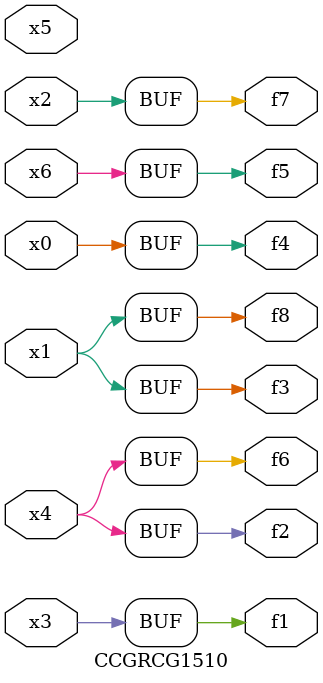
<source format=v>
module CCGRCG1510(
	input x0, x1, x2, x3, x4, x5, x6,
	output f1, f2, f3, f4, f5, f6, f7, f8
);
	assign f1 = x3;
	assign f2 = x4;
	assign f3 = x1;
	assign f4 = x0;
	assign f5 = x6;
	assign f6 = x4;
	assign f7 = x2;
	assign f8 = x1;
endmodule

</source>
